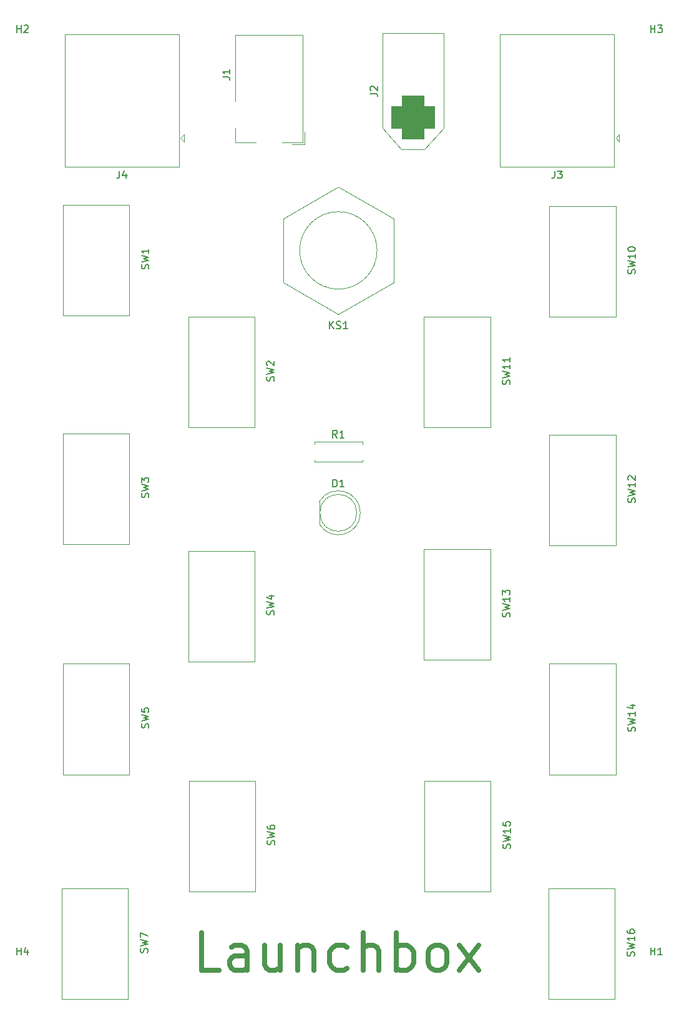
<source format=gto>
G04 #@! TF.GenerationSoftware,KiCad,Pcbnew,(6.0.5)*
G04 #@! TF.CreationDate,2023-08-20T19:56:39-04:00*
G04 #@! TF.ProjectId,Kicadproject,4b696361-6470-4726-9f6a-6563742e6b69,rev?*
G04 #@! TF.SameCoordinates,Original*
G04 #@! TF.FileFunction,Legend,Top*
G04 #@! TF.FilePolarity,Positive*
%FSLAX46Y46*%
G04 Gerber Fmt 4.6, Leading zero omitted, Abs format (unit mm)*
G04 Created by KiCad (PCBNEW (6.0.5)) date 2023-08-20 19:56:39*
%MOMM*%
%LPD*%
G01*
G04 APERTURE LIST*
G04 Aperture macros list*
%AMRoundRect*
0 Rectangle with rounded corners*
0 $1 Rounding radius*
0 $2 $3 $4 $5 $6 $7 $8 $9 X,Y pos of 4 corners*
0 Add a 4 corners polygon primitive as box body*
4,1,4,$2,$3,$4,$5,$6,$7,$8,$9,$2,$3,0*
0 Add four circle primitives for the rounded corners*
1,1,$1+$1,$2,$3*
1,1,$1+$1,$4,$5*
1,1,$1+$1,$6,$7*
1,1,$1+$1,$8,$9*
0 Add four rect primitives between the rounded corners*
20,1,$1+$1,$2,$3,$4,$5,0*
20,1,$1+$1,$4,$5,$6,$7,0*
20,1,$1+$1,$6,$7,$8,$9,0*
20,1,$1+$1,$8,$9,$2,$3,0*%
G04 Aperture macros list end*
%ADD10C,0.700000*%
%ADD11C,0.150000*%
%ADD12C,0.120000*%
%ADD13C,0.101600*%
%ADD14C,3.200000*%
%ADD15R,1.500000X1.500000*%
%ADD16C,1.500000*%
%ADD17C,2.921000*%
%ADD18C,5.000000*%
%ADD19R,2.600000X2.600000*%
%ADD20C,2.600000*%
%ADD21C,1.600000*%
%ADD22O,1.600000X1.600000*%
%ADD23RoundRect,1.500000X1.500000X-1.500000X1.500000X1.500000X-1.500000X1.500000X-1.500000X-1.500000X0*%
%ADD24C,6.000000*%
%ADD25R,1.800000X1.800000*%
%ADD26C,1.800000*%
%ADD27C,2.667000*%
G04 APERTURE END LIST*
D10*
X86679523Y-167996904D02*
X84298571Y-167996904D01*
X84298571Y-162996904D01*
X90489047Y-167996904D02*
X90489047Y-165377857D01*
X90250952Y-164901666D01*
X89774761Y-164663571D01*
X88822380Y-164663571D01*
X88346190Y-164901666D01*
X90489047Y-167758809D02*
X90012857Y-167996904D01*
X88822380Y-167996904D01*
X88346190Y-167758809D01*
X88108095Y-167282619D01*
X88108095Y-166806428D01*
X88346190Y-166330238D01*
X88822380Y-166092142D01*
X90012857Y-166092142D01*
X90489047Y-165854047D01*
X95012857Y-164663571D02*
X95012857Y-167996904D01*
X92870000Y-164663571D02*
X92870000Y-167282619D01*
X93108095Y-167758809D01*
X93584285Y-167996904D01*
X94298571Y-167996904D01*
X94774761Y-167758809D01*
X95012857Y-167520714D01*
X97393809Y-164663571D02*
X97393809Y-167996904D01*
X97393809Y-165139761D02*
X97631904Y-164901666D01*
X98108095Y-164663571D01*
X98822380Y-164663571D01*
X99298571Y-164901666D01*
X99536666Y-165377857D01*
X99536666Y-167996904D01*
X104060476Y-167758809D02*
X103584285Y-167996904D01*
X102631904Y-167996904D01*
X102155714Y-167758809D01*
X101917619Y-167520714D01*
X101679523Y-167044523D01*
X101679523Y-165615952D01*
X101917619Y-165139761D01*
X102155714Y-164901666D01*
X102631904Y-164663571D01*
X103584285Y-164663571D01*
X104060476Y-164901666D01*
X106203333Y-167996904D02*
X106203333Y-162996904D01*
X108346190Y-167996904D02*
X108346190Y-165377857D01*
X108108095Y-164901666D01*
X107631904Y-164663571D01*
X106917619Y-164663571D01*
X106441428Y-164901666D01*
X106203333Y-165139761D01*
X110727142Y-167996904D02*
X110727142Y-162996904D01*
X110727142Y-164901666D02*
X111203333Y-164663571D01*
X112155714Y-164663571D01*
X112631904Y-164901666D01*
X112870000Y-165139761D01*
X113108095Y-165615952D01*
X113108095Y-167044523D01*
X112870000Y-167520714D01*
X112631904Y-167758809D01*
X112155714Y-167996904D01*
X111203333Y-167996904D01*
X110727142Y-167758809D01*
X115965238Y-167996904D02*
X115489047Y-167758809D01*
X115250952Y-167520714D01*
X115012857Y-167044523D01*
X115012857Y-165615952D01*
X115250952Y-165139761D01*
X115489047Y-164901666D01*
X115965238Y-164663571D01*
X116679523Y-164663571D01*
X117155714Y-164901666D01*
X117393809Y-165139761D01*
X117631904Y-165615952D01*
X117631904Y-167044523D01*
X117393809Y-167520714D01*
X117155714Y-167758809D01*
X116679523Y-167996904D01*
X115965238Y-167996904D01*
X119298571Y-167996904D02*
X121917619Y-164663571D01*
X119298571Y-164663571D02*
X121917619Y-167996904D01*
D11*
X73164166Y-59717380D02*
X73164166Y-60431666D01*
X73116547Y-60574523D01*
X73021309Y-60669761D01*
X72878452Y-60717380D01*
X72783214Y-60717380D01*
X74068928Y-60050714D02*
X74068928Y-60717380D01*
X73830833Y-59669761D02*
X73592738Y-60384047D01*
X74211785Y-60384047D01*
X94100201Y-88165693D02*
X94147820Y-88022836D01*
X94147820Y-87784740D01*
X94100201Y-87689502D01*
X94052582Y-87641883D01*
X93957344Y-87594264D01*
X93862106Y-87594264D01*
X93766868Y-87641883D01*
X93719249Y-87689502D01*
X93671630Y-87784740D01*
X93624011Y-87975217D01*
X93576392Y-88070455D01*
X93528773Y-88118074D01*
X93433535Y-88165693D01*
X93338297Y-88165693D01*
X93243059Y-88118074D01*
X93195440Y-88070455D01*
X93147820Y-87975217D01*
X93147820Y-87737121D01*
X93195440Y-87594264D01*
X93147820Y-87260931D02*
X94147820Y-87022836D01*
X93433535Y-86832360D01*
X94147820Y-86641883D01*
X93147820Y-86403788D01*
X93243059Y-86070455D02*
X93195440Y-86022836D01*
X93147820Y-85927598D01*
X93147820Y-85689502D01*
X93195440Y-85594264D01*
X93243059Y-85546645D01*
X93338297Y-85499026D01*
X93433535Y-85499026D01*
X93576392Y-85546645D01*
X94147820Y-86118074D01*
X94147820Y-85499026D01*
X94185201Y-151025693D02*
X94232820Y-150882836D01*
X94232820Y-150644740D01*
X94185201Y-150549502D01*
X94137582Y-150501883D01*
X94042344Y-150454264D01*
X93947106Y-150454264D01*
X93851868Y-150501883D01*
X93804249Y-150549502D01*
X93756630Y-150644740D01*
X93709011Y-150835217D01*
X93661392Y-150930455D01*
X93613773Y-150978074D01*
X93518535Y-151025693D01*
X93423297Y-151025693D01*
X93328059Y-150978074D01*
X93280440Y-150930455D01*
X93232820Y-150835217D01*
X93232820Y-150597121D01*
X93280440Y-150454264D01*
X93232820Y-150120931D02*
X94232820Y-149882836D01*
X93518535Y-149692360D01*
X94232820Y-149501883D01*
X93232820Y-149263788D01*
X93232820Y-148454264D02*
X93232820Y-148644740D01*
X93280440Y-148739979D01*
X93328059Y-148787598D01*
X93470916Y-148882836D01*
X93661392Y-148930455D01*
X94042344Y-148930455D01*
X94137582Y-148882836D01*
X94185201Y-148835217D01*
X94232820Y-148739979D01*
X94232820Y-148549502D01*
X94185201Y-148454264D01*
X94137582Y-148406645D01*
X94042344Y-148359026D01*
X93804249Y-148359026D01*
X93709011Y-148406645D01*
X93661392Y-148454264D01*
X93613773Y-148549502D01*
X93613773Y-148739979D01*
X93661392Y-148835217D01*
X93709011Y-148882836D01*
X93804249Y-148930455D01*
X94100201Y-119864693D02*
X94147820Y-119721836D01*
X94147820Y-119483740D01*
X94100201Y-119388502D01*
X94052582Y-119340883D01*
X93957344Y-119293264D01*
X93862106Y-119293264D01*
X93766868Y-119340883D01*
X93719249Y-119388502D01*
X93671630Y-119483740D01*
X93624011Y-119674217D01*
X93576392Y-119769455D01*
X93528773Y-119817074D01*
X93433535Y-119864693D01*
X93338297Y-119864693D01*
X93243059Y-119817074D01*
X93195440Y-119769455D01*
X93147820Y-119674217D01*
X93147820Y-119436121D01*
X93195440Y-119293264D01*
X93147820Y-118959931D02*
X94147820Y-118721836D01*
X93433535Y-118531360D01*
X94147820Y-118340883D01*
X93147820Y-118102788D01*
X93481154Y-117293264D02*
X94147820Y-117293264D01*
X93100201Y-117531360D02*
X93814487Y-117769455D01*
X93814487Y-117150407D01*
X145238095Y-40952380D02*
X145238095Y-39952380D01*
X145238095Y-40428571D02*
X145809523Y-40428571D01*
X145809523Y-40952380D02*
X145809523Y-39952380D01*
X146190476Y-39952380D02*
X146809523Y-39952380D01*
X146476190Y-40333333D01*
X146619047Y-40333333D01*
X146714285Y-40380952D01*
X146761904Y-40428571D01*
X146809523Y-40523809D01*
X146809523Y-40761904D01*
X146761904Y-40857142D01*
X146714285Y-40904761D01*
X146619047Y-40952380D01*
X146333333Y-40952380D01*
X146238095Y-40904761D01*
X146190476Y-40857142D01*
X77100201Y-135165693D02*
X77147820Y-135022836D01*
X77147820Y-134784740D01*
X77100201Y-134689502D01*
X77052582Y-134641883D01*
X76957344Y-134594264D01*
X76862106Y-134594264D01*
X76766868Y-134641883D01*
X76719249Y-134689502D01*
X76671630Y-134784740D01*
X76624011Y-134975217D01*
X76576392Y-135070455D01*
X76528773Y-135118074D01*
X76433535Y-135165693D01*
X76338297Y-135165693D01*
X76243059Y-135118074D01*
X76195440Y-135070455D01*
X76147820Y-134975217D01*
X76147820Y-134737121D01*
X76195440Y-134594264D01*
X76147820Y-134260931D02*
X77147820Y-134022836D01*
X76433535Y-133832360D01*
X77147820Y-133641883D01*
X76147820Y-133403788D01*
X76147820Y-132546645D02*
X76147820Y-133022836D01*
X76624011Y-133070455D01*
X76576392Y-133022836D01*
X76528773Y-132927598D01*
X76528773Y-132689502D01*
X76576392Y-132594264D01*
X76624011Y-132546645D01*
X76719249Y-132499026D01*
X76957344Y-132499026D01*
X77052582Y-132546645D01*
X77100201Y-132594264D01*
X77147820Y-132689502D01*
X77147820Y-132927598D01*
X77100201Y-133022836D01*
X77052582Y-133070455D01*
X77100201Y-72966693D02*
X77147820Y-72823836D01*
X77147820Y-72585740D01*
X77100201Y-72490502D01*
X77052582Y-72442883D01*
X76957344Y-72395264D01*
X76862106Y-72395264D01*
X76766868Y-72442883D01*
X76719249Y-72490502D01*
X76671630Y-72585740D01*
X76624011Y-72776217D01*
X76576392Y-72871455D01*
X76528773Y-72919074D01*
X76433535Y-72966693D01*
X76338297Y-72966693D01*
X76243059Y-72919074D01*
X76195440Y-72871455D01*
X76147820Y-72776217D01*
X76147820Y-72538121D01*
X76195440Y-72395264D01*
X76147820Y-72061931D02*
X77147820Y-71823836D01*
X76433535Y-71633360D01*
X77147820Y-71442883D01*
X76147820Y-71204788D01*
X77147820Y-70300026D02*
X77147820Y-70871455D01*
X77147820Y-70585740D02*
X76147820Y-70585740D01*
X76290678Y-70680979D01*
X76385916Y-70776217D01*
X76433535Y-70871455D01*
X87162380Y-46978333D02*
X87876666Y-46978333D01*
X88019523Y-47025952D01*
X88114761Y-47121190D01*
X88162380Y-47264047D01*
X88162380Y-47359285D01*
X88162380Y-45978333D02*
X88162380Y-46549761D01*
X88162380Y-46264047D02*
X87162380Y-46264047D01*
X87305238Y-46359285D01*
X87400476Y-46454523D01*
X87448095Y-46549761D01*
X143100201Y-73641883D02*
X143147820Y-73499026D01*
X143147820Y-73260931D01*
X143100201Y-73165693D01*
X143052582Y-73118074D01*
X142957344Y-73070455D01*
X142862106Y-73070455D01*
X142766868Y-73118074D01*
X142719249Y-73165693D01*
X142671630Y-73260931D01*
X142624011Y-73451407D01*
X142576392Y-73546645D01*
X142528773Y-73594264D01*
X142433535Y-73641883D01*
X142338297Y-73641883D01*
X142243059Y-73594264D01*
X142195440Y-73546645D01*
X142147820Y-73451407D01*
X142147820Y-73213312D01*
X142195440Y-73070455D01*
X142147820Y-72737121D02*
X143147820Y-72499026D01*
X142433535Y-72308550D01*
X143147820Y-72118074D01*
X142147820Y-71879979D01*
X143147820Y-70975217D02*
X143147820Y-71546645D01*
X143147820Y-71260931D02*
X142147820Y-71260931D01*
X142290678Y-71356169D01*
X142385916Y-71451407D01*
X142433535Y-71546645D01*
X142147820Y-70356169D02*
X142147820Y-70260931D01*
X142195440Y-70165693D01*
X142243059Y-70118074D01*
X142338297Y-70070455D01*
X142528773Y-70022836D01*
X142766868Y-70022836D01*
X142957344Y-70070455D01*
X143052582Y-70118074D01*
X143100201Y-70165693D01*
X143147820Y-70260931D01*
X143147820Y-70356169D01*
X143100201Y-70451407D01*
X143052582Y-70499026D01*
X142957344Y-70546645D01*
X142766868Y-70594264D01*
X142528773Y-70594264D01*
X142338297Y-70546645D01*
X142243059Y-70499026D01*
X142195440Y-70451407D01*
X142147820Y-70356169D01*
X126100201Y-120141883D02*
X126147820Y-119999026D01*
X126147820Y-119760931D01*
X126100201Y-119665693D01*
X126052582Y-119618074D01*
X125957344Y-119570455D01*
X125862106Y-119570455D01*
X125766868Y-119618074D01*
X125719249Y-119665693D01*
X125671630Y-119760931D01*
X125624011Y-119951407D01*
X125576392Y-120046645D01*
X125528773Y-120094264D01*
X125433535Y-120141883D01*
X125338297Y-120141883D01*
X125243059Y-120094264D01*
X125195440Y-120046645D01*
X125147820Y-119951407D01*
X125147820Y-119713312D01*
X125195440Y-119570455D01*
X125147820Y-119237121D02*
X126147820Y-118999026D01*
X125433535Y-118808550D01*
X126147820Y-118618074D01*
X125147820Y-118379979D01*
X126147820Y-117475217D02*
X126147820Y-118046645D01*
X126147820Y-117760931D02*
X125147820Y-117760931D01*
X125290678Y-117856169D01*
X125385916Y-117951407D01*
X125433535Y-118046645D01*
X125147820Y-117141883D02*
X125147820Y-116522836D01*
X125528773Y-116856169D01*
X125528773Y-116713312D01*
X125576392Y-116618074D01*
X125624011Y-116570455D01*
X125719249Y-116522836D01*
X125957344Y-116522836D01*
X126052582Y-116570455D01*
X126100201Y-116618074D01*
X126147820Y-116713312D01*
X126147820Y-116999026D01*
X126100201Y-117094264D01*
X126052582Y-117141883D01*
X126100201Y-88641883D02*
X126147820Y-88499026D01*
X126147820Y-88260931D01*
X126100201Y-88165693D01*
X126052582Y-88118074D01*
X125957344Y-88070455D01*
X125862106Y-88070455D01*
X125766868Y-88118074D01*
X125719249Y-88165693D01*
X125671630Y-88260931D01*
X125624011Y-88451407D01*
X125576392Y-88546645D01*
X125528773Y-88594264D01*
X125433535Y-88641883D01*
X125338297Y-88641883D01*
X125243059Y-88594264D01*
X125195440Y-88546645D01*
X125147820Y-88451407D01*
X125147820Y-88213312D01*
X125195440Y-88070455D01*
X125147820Y-87737121D02*
X126147820Y-87499026D01*
X125433535Y-87308550D01*
X126147820Y-87118074D01*
X125147820Y-86879979D01*
X126147820Y-85975217D02*
X126147820Y-86546645D01*
X126147820Y-86260931D02*
X125147820Y-86260931D01*
X125290678Y-86356169D01*
X125385916Y-86451407D01*
X125433535Y-86546645D01*
X126147820Y-85022836D02*
X126147820Y-85594264D01*
X126147820Y-85308550D02*
X125147820Y-85308550D01*
X125290678Y-85403788D01*
X125385916Y-85499026D01*
X125433535Y-85594264D01*
X126145201Y-151501883D02*
X126192820Y-151359026D01*
X126192820Y-151120931D01*
X126145201Y-151025693D01*
X126097582Y-150978074D01*
X126002344Y-150930455D01*
X125907106Y-150930455D01*
X125811868Y-150978074D01*
X125764249Y-151025693D01*
X125716630Y-151120931D01*
X125669011Y-151311407D01*
X125621392Y-151406645D01*
X125573773Y-151454264D01*
X125478535Y-151501883D01*
X125383297Y-151501883D01*
X125288059Y-151454264D01*
X125240440Y-151406645D01*
X125192820Y-151311407D01*
X125192820Y-151073312D01*
X125240440Y-150930455D01*
X125192820Y-150597121D02*
X126192820Y-150359026D01*
X125478535Y-150168550D01*
X126192820Y-149978074D01*
X125192820Y-149739979D01*
X126192820Y-148835217D02*
X126192820Y-149406645D01*
X126192820Y-149120931D02*
X125192820Y-149120931D01*
X125335678Y-149216169D01*
X125430916Y-149311407D01*
X125478535Y-149406645D01*
X125192820Y-147930455D02*
X125192820Y-148406645D01*
X125669011Y-148454264D01*
X125621392Y-148406645D01*
X125573773Y-148311407D01*
X125573773Y-148073312D01*
X125621392Y-147978074D01*
X125669011Y-147930455D01*
X125764249Y-147882836D01*
X126002344Y-147882836D01*
X126097582Y-147930455D01*
X126145201Y-147978074D01*
X126192820Y-148073312D01*
X126192820Y-148311407D01*
X126145201Y-148406645D01*
X126097582Y-148454264D01*
X132219166Y-59717380D02*
X132219166Y-60431666D01*
X132171547Y-60574523D01*
X132076309Y-60669761D01*
X131933452Y-60717380D01*
X131838214Y-60717380D01*
X132600119Y-59717380D02*
X133219166Y-59717380D01*
X132885833Y-60098333D01*
X133028690Y-60098333D01*
X133123928Y-60145952D01*
X133171547Y-60193571D01*
X133219166Y-60288809D01*
X133219166Y-60526904D01*
X133171547Y-60622142D01*
X133123928Y-60669761D01*
X133028690Y-60717380D01*
X132742976Y-60717380D01*
X132647738Y-60669761D01*
X132600119Y-60622142D01*
X76950201Y-165630693D02*
X76997820Y-165487836D01*
X76997820Y-165249740D01*
X76950201Y-165154502D01*
X76902582Y-165106883D01*
X76807344Y-165059264D01*
X76712106Y-165059264D01*
X76616868Y-165106883D01*
X76569249Y-165154502D01*
X76521630Y-165249740D01*
X76474011Y-165440217D01*
X76426392Y-165535455D01*
X76378773Y-165583074D01*
X76283535Y-165630693D01*
X76188297Y-165630693D01*
X76093059Y-165583074D01*
X76045440Y-165535455D01*
X75997820Y-165440217D01*
X75997820Y-165202121D01*
X76045440Y-165059264D01*
X75997820Y-164725931D02*
X76997820Y-164487836D01*
X76283535Y-164297360D01*
X76997820Y-164106883D01*
X75997820Y-163868788D01*
X75997820Y-163583074D02*
X75997820Y-162916407D01*
X76997820Y-163344979D01*
X143100201Y-104641883D02*
X143147820Y-104499026D01*
X143147820Y-104260931D01*
X143100201Y-104165693D01*
X143052582Y-104118074D01*
X142957344Y-104070455D01*
X142862106Y-104070455D01*
X142766868Y-104118074D01*
X142719249Y-104165693D01*
X142671630Y-104260931D01*
X142624011Y-104451407D01*
X142576392Y-104546645D01*
X142528773Y-104594264D01*
X142433535Y-104641883D01*
X142338297Y-104641883D01*
X142243059Y-104594264D01*
X142195440Y-104546645D01*
X142147820Y-104451407D01*
X142147820Y-104213312D01*
X142195440Y-104070455D01*
X142147820Y-103737121D02*
X143147820Y-103499026D01*
X142433535Y-103308550D01*
X143147820Y-103118074D01*
X142147820Y-102879979D01*
X143147820Y-101975217D02*
X143147820Y-102546645D01*
X143147820Y-102260931D02*
X142147820Y-102260931D01*
X142290678Y-102356169D01*
X142385916Y-102451407D01*
X142433535Y-102546645D01*
X142243059Y-101594264D02*
X142195440Y-101546645D01*
X142147820Y-101451407D01*
X142147820Y-101213312D01*
X142195440Y-101118074D01*
X142243059Y-101070455D01*
X142338297Y-101022836D01*
X142433535Y-101022836D01*
X142576392Y-101070455D01*
X143147820Y-101641883D01*
X143147820Y-101022836D01*
X102703333Y-95872380D02*
X102370000Y-95396190D01*
X102131904Y-95872380D02*
X102131904Y-94872380D01*
X102512857Y-94872380D01*
X102608095Y-94920000D01*
X102655714Y-94967619D01*
X102703333Y-95062857D01*
X102703333Y-95205714D01*
X102655714Y-95300952D01*
X102608095Y-95348571D01*
X102512857Y-95396190D01*
X102131904Y-95396190D01*
X103655714Y-95872380D02*
X103084285Y-95872380D01*
X103370000Y-95872380D02*
X103370000Y-94872380D01*
X103274761Y-95015238D01*
X103179523Y-95110476D01*
X103084285Y-95158095D01*
X142990201Y-166106883D02*
X143037820Y-165964026D01*
X143037820Y-165725931D01*
X142990201Y-165630693D01*
X142942582Y-165583074D01*
X142847344Y-165535455D01*
X142752106Y-165535455D01*
X142656868Y-165583074D01*
X142609249Y-165630693D01*
X142561630Y-165725931D01*
X142514011Y-165916407D01*
X142466392Y-166011645D01*
X142418773Y-166059264D01*
X142323535Y-166106883D01*
X142228297Y-166106883D01*
X142133059Y-166059264D01*
X142085440Y-166011645D01*
X142037820Y-165916407D01*
X142037820Y-165678312D01*
X142085440Y-165535455D01*
X142037820Y-165202121D02*
X143037820Y-164964026D01*
X142323535Y-164773550D01*
X143037820Y-164583074D01*
X142037820Y-164344979D01*
X143037820Y-163440217D02*
X143037820Y-164011645D01*
X143037820Y-163725931D02*
X142037820Y-163725931D01*
X142180678Y-163821169D01*
X142275916Y-163916407D01*
X142323535Y-164011645D01*
X142037820Y-162583074D02*
X142037820Y-162773550D01*
X142085440Y-162868788D01*
X142133059Y-162916407D01*
X142275916Y-163011645D01*
X142466392Y-163059264D01*
X142847344Y-163059264D01*
X142942582Y-163011645D01*
X142990201Y-162964026D01*
X143037820Y-162868788D01*
X143037820Y-162678312D01*
X142990201Y-162583074D01*
X142942582Y-162535455D01*
X142847344Y-162487836D01*
X142609249Y-162487836D01*
X142514011Y-162535455D01*
X142466392Y-162583074D01*
X142418773Y-162678312D01*
X142418773Y-162868788D01*
X142466392Y-162964026D01*
X142514011Y-163011645D01*
X142609249Y-163059264D01*
X107182380Y-49228333D02*
X107896666Y-49228333D01*
X108039523Y-49275952D01*
X108134761Y-49371190D01*
X108182380Y-49514047D01*
X108182380Y-49609285D01*
X107277619Y-48799761D02*
X107230000Y-48752142D01*
X107182380Y-48656904D01*
X107182380Y-48418809D01*
X107230000Y-48323571D01*
X107277619Y-48275952D01*
X107372857Y-48228333D01*
X107468095Y-48228333D01*
X107610952Y-48275952D01*
X108182380Y-48847380D01*
X108182380Y-48228333D01*
X77100201Y-103966693D02*
X77147820Y-103823836D01*
X77147820Y-103585740D01*
X77100201Y-103490502D01*
X77052582Y-103442883D01*
X76957344Y-103395264D01*
X76862106Y-103395264D01*
X76766868Y-103442883D01*
X76719249Y-103490502D01*
X76671630Y-103585740D01*
X76624011Y-103776217D01*
X76576392Y-103871455D01*
X76528773Y-103919074D01*
X76433535Y-103966693D01*
X76338297Y-103966693D01*
X76243059Y-103919074D01*
X76195440Y-103871455D01*
X76147820Y-103776217D01*
X76147820Y-103538121D01*
X76195440Y-103395264D01*
X76147820Y-103061931D02*
X77147820Y-102823836D01*
X76433535Y-102633360D01*
X77147820Y-102442883D01*
X76147820Y-102204788D01*
X76147820Y-101919074D02*
X76147820Y-101300026D01*
X76528773Y-101633360D01*
X76528773Y-101490502D01*
X76576392Y-101395264D01*
X76624011Y-101347645D01*
X76719249Y-101300026D01*
X76957344Y-101300026D01*
X77052582Y-101347645D01*
X77100201Y-101395264D01*
X77147820Y-101490502D01*
X77147820Y-101776217D01*
X77100201Y-101871455D01*
X77052582Y-101919074D01*
X145238095Y-165952380D02*
X145238095Y-164952380D01*
X145238095Y-165428571D02*
X145809523Y-165428571D01*
X145809523Y-165952380D02*
X145809523Y-164952380D01*
X146809523Y-165952380D02*
X146238095Y-165952380D01*
X146523809Y-165952380D02*
X146523809Y-164952380D01*
X146428571Y-165095238D01*
X146333333Y-165190476D01*
X146238095Y-165238095D01*
X102126904Y-102537380D02*
X102126904Y-101537380D01*
X102365000Y-101537380D01*
X102507857Y-101585000D01*
X102603095Y-101680238D01*
X102650714Y-101775476D01*
X102698333Y-101965952D01*
X102698333Y-102108809D01*
X102650714Y-102299285D01*
X102603095Y-102394523D01*
X102507857Y-102489761D01*
X102365000Y-102537380D01*
X102126904Y-102537380D01*
X103650714Y-102537380D02*
X103079285Y-102537380D01*
X103365000Y-102537380D02*
X103365000Y-101537380D01*
X103269761Y-101680238D01*
X103174523Y-101775476D01*
X103079285Y-101823095D01*
X59238095Y-40952380D02*
X59238095Y-39952380D01*
X59238095Y-40428571D02*
X59809523Y-40428571D01*
X59809523Y-40952380D02*
X59809523Y-39952380D01*
X60238095Y-40047619D02*
X60285714Y-40000000D01*
X60380952Y-39952380D01*
X60619047Y-39952380D01*
X60714285Y-40000000D01*
X60761904Y-40047619D01*
X60809523Y-40142857D01*
X60809523Y-40238095D01*
X60761904Y-40380952D01*
X60190476Y-40952380D01*
X60809523Y-40952380D01*
X59238095Y-165952380D02*
X59238095Y-164952380D01*
X59238095Y-165428571D02*
X59809523Y-165428571D01*
X59809523Y-165952380D02*
X59809523Y-164952380D01*
X60714285Y-165285714D02*
X60714285Y-165952380D01*
X60476190Y-164904761D02*
X60238095Y-165619047D01*
X60857142Y-165619047D01*
X101655714Y-81097380D02*
X101655714Y-80097380D01*
X102227142Y-81097380D02*
X101798571Y-80525952D01*
X102227142Y-80097380D02*
X101655714Y-80668809D01*
X102608095Y-81049761D02*
X102750952Y-81097380D01*
X102989047Y-81097380D01*
X103084285Y-81049761D01*
X103131904Y-81002142D01*
X103179523Y-80906904D01*
X103179523Y-80811666D01*
X103131904Y-80716428D01*
X103084285Y-80668809D01*
X102989047Y-80621190D01*
X102798571Y-80573571D01*
X102703333Y-80525952D01*
X102655714Y-80478333D01*
X102608095Y-80383095D01*
X102608095Y-80287857D01*
X102655714Y-80192619D01*
X102703333Y-80145000D01*
X102798571Y-80097380D01*
X103036666Y-80097380D01*
X103179523Y-80145000D01*
X104131904Y-81097380D02*
X103560476Y-81097380D01*
X103846190Y-81097380D02*
X103846190Y-80097380D01*
X103750952Y-80240238D01*
X103655714Y-80335476D01*
X103560476Y-80383095D01*
X143100201Y-135641883D02*
X143147820Y-135499026D01*
X143147820Y-135260931D01*
X143100201Y-135165693D01*
X143052582Y-135118074D01*
X142957344Y-135070455D01*
X142862106Y-135070455D01*
X142766868Y-135118074D01*
X142719249Y-135165693D01*
X142671630Y-135260931D01*
X142624011Y-135451407D01*
X142576392Y-135546645D01*
X142528773Y-135594264D01*
X142433535Y-135641883D01*
X142338297Y-135641883D01*
X142243059Y-135594264D01*
X142195440Y-135546645D01*
X142147820Y-135451407D01*
X142147820Y-135213312D01*
X142195440Y-135070455D01*
X142147820Y-134737121D02*
X143147820Y-134499026D01*
X142433535Y-134308550D01*
X143147820Y-134118074D01*
X142147820Y-133879979D01*
X143147820Y-132975217D02*
X143147820Y-133546645D01*
X143147820Y-133260931D02*
X142147820Y-133260931D01*
X142290678Y-133356169D01*
X142385916Y-133451407D01*
X142433535Y-133546645D01*
X142481154Y-132118074D02*
X143147820Y-132118074D01*
X142100201Y-132356169D02*
X142814487Y-132594264D01*
X142814487Y-131975217D01*
D12*
X81257500Y-41185000D02*
X65737500Y-41185000D01*
X81442500Y-55265000D02*
X81942500Y-55765000D01*
X65737500Y-59145000D02*
X81257500Y-59145000D01*
X81257500Y-59145000D02*
X81257500Y-41185000D01*
X65737500Y-59145000D02*
X65737500Y-41185000D01*
X81942500Y-54765000D02*
X81442500Y-55265000D01*
X81942500Y-55765000D02*
X81942500Y-54765000D01*
D13*
X82500000Y-94500000D02*
X82500000Y-79500000D01*
X91500000Y-79500000D02*
X82500000Y-79500000D01*
X91500000Y-94500000D02*
X82500000Y-94500000D01*
X91500000Y-94500000D02*
X91500000Y-79500000D01*
X91585000Y-157360000D02*
X91585000Y-142360000D01*
X91585000Y-142360000D02*
X82585000Y-142360000D01*
X91585000Y-157360000D02*
X82585000Y-157360000D01*
X82585000Y-157360000D02*
X82585000Y-142360000D01*
X91500000Y-126199000D02*
X82500000Y-126199000D01*
X91500000Y-111199000D02*
X82500000Y-111199000D01*
X82500000Y-126199000D02*
X82500000Y-111199000D01*
X91500000Y-126199000D02*
X91500000Y-111199000D01*
X74500000Y-141500000D02*
X65500000Y-141500000D01*
X74500000Y-141500000D02*
X74500000Y-126500000D01*
X74500000Y-126500000D02*
X65500000Y-126500000D01*
X65500000Y-141500000D02*
X65500000Y-126500000D01*
X74500000Y-64301000D02*
X65500000Y-64301000D01*
X65500000Y-79301000D02*
X65500000Y-64301000D01*
X74500000Y-79301000D02*
X65500000Y-79301000D01*
X74500000Y-79301000D02*
X74500000Y-64301000D01*
D12*
X91660000Y-55895000D02*
X88860000Y-55895000D01*
X98300000Y-54395000D02*
X98300000Y-56135000D01*
X98060000Y-41295000D02*
X98060000Y-55895000D01*
X88860000Y-50295000D02*
X88860000Y-41295000D01*
X88860000Y-41295000D02*
X98060000Y-41295000D01*
X88860000Y-55895000D02*
X88860000Y-53895000D01*
X98300000Y-56135000D02*
X96560000Y-56135000D01*
X98060000Y-55895000D02*
X95260000Y-55895000D01*
D13*
X140500000Y-79500000D02*
X140500000Y-64500000D01*
X131500000Y-79500000D02*
X131500000Y-64500000D01*
X140500000Y-64500000D02*
X131500000Y-64500000D01*
X140500000Y-79500000D02*
X131500000Y-79500000D01*
X114500000Y-126000000D02*
X114500000Y-111000000D01*
X123500000Y-126000000D02*
X123500000Y-111000000D01*
X123500000Y-111000000D02*
X114500000Y-111000000D01*
X123500000Y-126000000D02*
X114500000Y-126000000D01*
X123500000Y-94500000D02*
X123500000Y-79500000D01*
X123500000Y-79500000D02*
X114500000Y-79500000D01*
X123500000Y-94500000D02*
X114500000Y-94500000D01*
X114500000Y-94500000D02*
X114500000Y-79500000D01*
X123545000Y-157360000D02*
X114545000Y-157360000D01*
X123545000Y-157360000D02*
X123545000Y-142360000D01*
X123545000Y-142360000D02*
X114545000Y-142360000D01*
X114545000Y-157360000D02*
X114545000Y-142360000D01*
D12*
X124792500Y-59145000D02*
X140312500Y-59145000D01*
X140312500Y-41185000D02*
X124792500Y-41185000D01*
X140997500Y-55765000D02*
X140997500Y-54765000D01*
X140497500Y-55265000D02*
X140997500Y-55765000D01*
X140997500Y-54765000D02*
X140497500Y-55265000D01*
X124792500Y-59145000D02*
X124792500Y-41185000D01*
X140312500Y-59145000D02*
X140312500Y-41185000D01*
D13*
X65350000Y-171965000D02*
X65350000Y-156965000D01*
X74350000Y-156965000D02*
X65350000Y-156965000D01*
X74350000Y-171965000D02*
X65350000Y-171965000D01*
X74350000Y-171965000D02*
X74350000Y-156965000D01*
X140500000Y-95500000D02*
X131500000Y-95500000D01*
X140500000Y-110500000D02*
X140500000Y-95500000D01*
X131500000Y-110500000D02*
X131500000Y-95500000D01*
X140500000Y-110500000D02*
X131500000Y-110500000D01*
D12*
X99600000Y-99160000D02*
X106140000Y-99160000D01*
X106140000Y-99160000D02*
X106140000Y-98830000D01*
X99600000Y-96750000D02*
X99600000Y-96420000D01*
X106140000Y-96420000D02*
X106140000Y-96750000D01*
X99600000Y-96420000D02*
X106140000Y-96420000D01*
X99600000Y-98830000D02*
X99600000Y-99160000D01*
D13*
X140390000Y-156965000D02*
X131390000Y-156965000D01*
X140390000Y-171965000D02*
X131390000Y-171965000D01*
X131390000Y-171965000D02*
X131390000Y-156965000D01*
X140390000Y-171965000D02*
X140390000Y-156965000D01*
D12*
X114580000Y-56745000D02*
X117180000Y-53895000D01*
X117180000Y-41045000D02*
X108880000Y-41045000D01*
X111430000Y-56745000D02*
X114580000Y-56745000D01*
X117180000Y-53895000D02*
X117180000Y-41045000D01*
X108880000Y-41045000D02*
X108880000Y-53895000D01*
X108880000Y-53895000D02*
X111430000Y-56745000D01*
D13*
X74500000Y-110301000D02*
X65500000Y-110301000D01*
X74500000Y-110301000D02*
X74500000Y-95301000D01*
X65500000Y-110301000D02*
X65500000Y-95301000D01*
X74500000Y-95301000D02*
X65500000Y-95301000D01*
D12*
X100305000Y-104500000D02*
X100305000Y-107590000D01*
X105855000Y-106045462D02*
G75*
G03*
X100305000Y-104500170I-2990000J462D01*
G01*
X100305000Y-107589830D02*
G75*
G03*
X105855000Y-106044538I2560000J1544830D01*
G01*
X105365000Y-106045000D02*
G75*
G03*
X105365000Y-106045000I-2500000J0D01*
G01*
X95370000Y-74815125D02*
X102870000Y-79145250D01*
X110370000Y-66154875D02*
X110370000Y-74815125D01*
X102870000Y-79145250D02*
X110370000Y-74815125D01*
X102870000Y-61824750D02*
X95370000Y-66154875D01*
X110370000Y-66154875D02*
X102870000Y-61824750D01*
X95370000Y-66154875D02*
X95370000Y-74815125D01*
X108120000Y-70485000D02*
G75*
G03*
X108120000Y-70485000I-5250000J0D01*
G01*
D13*
X140500000Y-141500000D02*
X140500000Y-126500000D01*
X140500000Y-126500000D02*
X131500000Y-126500000D01*
X140500000Y-141500000D02*
X131500000Y-141500000D01*
X131500000Y-141500000D02*
X131500000Y-126500000D01*
%LPC*%
D14*
X79212500Y-48915000D03*
X67782500Y-48915000D03*
D15*
X77942500Y-55265000D03*
D16*
X76672500Y-57805000D03*
X75402500Y-55265000D03*
X74132500Y-57805000D03*
X72862500Y-55265000D03*
X71592500Y-57805000D03*
X70322500Y-55265000D03*
X69052500Y-57805000D03*
D17*
X87000000Y-91699000D03*
X87000000Y-87000000D03*
X87000000Y-82301000D03*
X87085000Y-154559000D03*
X87085000Y-149860000D03*
X87085000Y-145161000D03*
X87000000Y-123398000D03*
X87000000Y-118699000D03*
X87000000Y-114000000D03*
D18*
X146000000Y-44000000D03*
D17*
X70000000Y-138699000D03*
X70000000Y-134000000D03*
X70000000Y-129301000D03*
X70000000Y-76500000D03*
X70000000Y-71801000D03*
X70000000Y-67102000D03*
D19*
X93460000Y-55095000D03*
D20*
X93460000Y-49095000D03*
X88760000Y-52095000D03*
D17*
X136000000Y-76699000D03*
X136000000Y-72000000D03*
X136000000Y-67301000D03*
X119000000Y-123199000D03*
X119000000Y-118500000D03*
X119000000Y-113801000D03*
X119000000Y-91699000D03*
X119000000Y-87000000D03*
X119000000Y-82301000D03*
X119045000Y-154559000D03*
X119045000Y-149860000D03*
X119045000Y-145161000D03*
D14*
X138267500Y-48915000D03*
X126837500Y-48915000D03*
D15*
X136997500Y-55265000D03*
D16*
X135727500Y-57805000D03*
X134457500Y-55265000D03*
X133187500Y-57805000D03*
X131917500Y-55265000D03*
X130647500Y-57805000D03*
X129377500Y-55265000D03*
X128107500Y-57805000D03*
D17*
X69850000Y-169164000D03*
X69850000Y-164465000D03*
X69850000Y-159766000D03*
X136000000Y-107699000D03*
X136000000Y-103000000D03*
X136000000Y-98301000D03*
D21*
X99060000Y-97790000D03*
D22*
X106680000Y-97790000D03*
D17*
X135890000Y-169164000D03*
X135890000Y-164465000D03*
X135890000Y-159766000D03*
D23*
X113030000Y-52495000D03*
D24*
X113030000Y-45295000D03*
D17*
X70000000Y-107500000D03*
X70000000Y-102801000D03*
X70000000Y-98102000D03*
D18*
X146000000Y-169000000D03*
D25*
X101595000Y-106045000D03*
D26*
X104135000Y-106045000D03*
D18*
X60000000Y-44000000D03*
X60000000Y-169000000D03*
D27*
X105918000Y-70485000D03*
X99822000Y-70485000D03*
D17*
X136000000Y-138699000D03*
X136000000Y-134000000D03*
X136000000Y-129301000D03*
M02*

</source>
